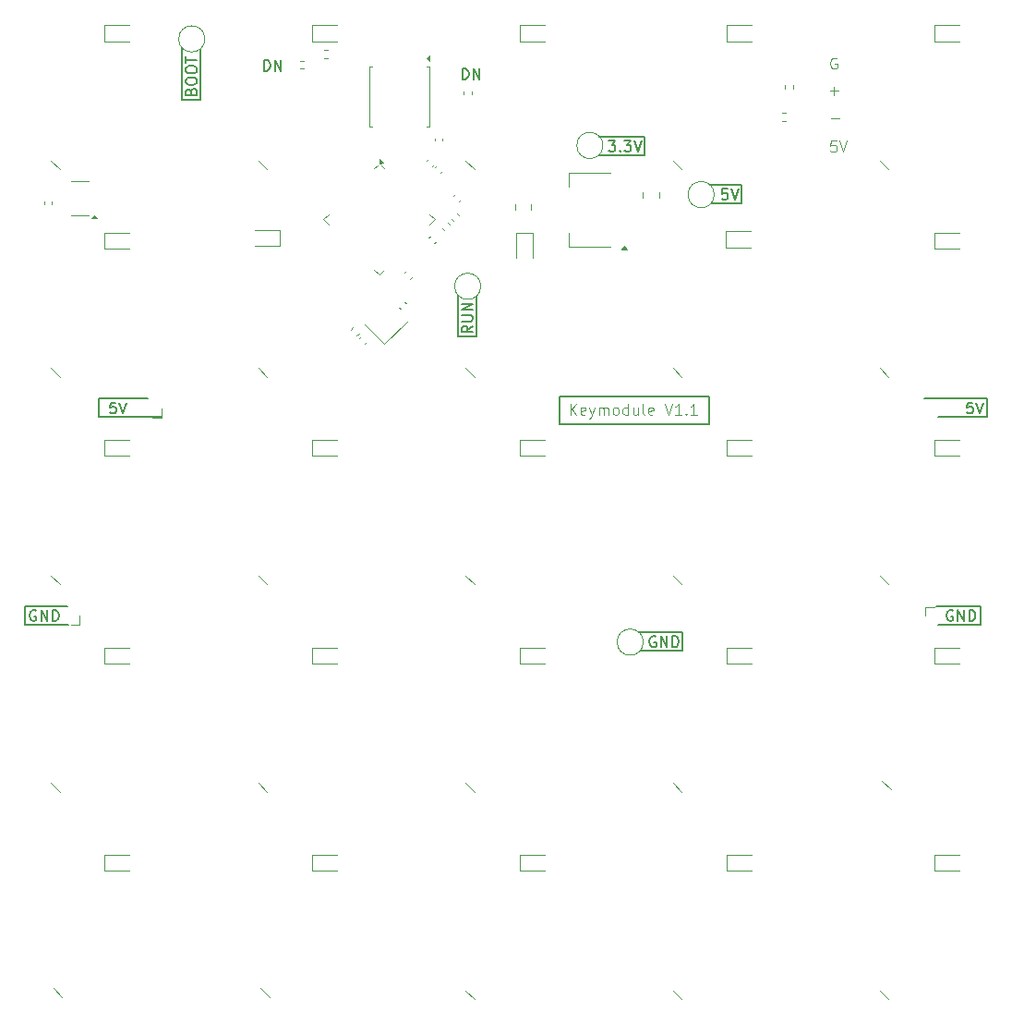
<source format=gbr>
%TF.GenerationSoftware,KiCad,Pcbnew,9.0.2*%
%TF.CreationDate,2026-01-27T21:16:03+01:00*%
%TF.ProjectId,Keymodule,4b65796d-6f64-4756-9c65-2e6b69636164,rev?*%
%TF.SameCoordinates,Original*%
%TF.FileFunction,Legend,Top*%
%TF.FilePolarity,Positive*%
%FSLAX46Y46*%
G04 Gerber Fmt 4.6, Leading zero omitted, Abs format (unit mm)*
G04 Created by KiCad (PCBNEW 9.0.2) date 2026-01-27 21:16:03*
%MOMM*%
%LPD*%
G01*
G04 APERTURE LIST*
%ADD10C,0.155000*%
%ADD11C,0.100000*%
%ADD12C,0.152400*%
%ADD13C,0.150000*%
%ADD14C,0.120000*%
G04 APERTURE END LIST*
D10*
X105200000Y-89400000D02*
X118900000Y-89400000D01*
X118900000Y-91900000D01*
X105200000Y-91900000D01*
X105200000Y-89400000D01*
D11*
X106203884Y-91072419D02*
X106203884Y-90072419D01*
X106775312Y-91072419D02*
X106346741Y-90500990D01*
X106775312Y-90072419D02*
X106203884Y-90643847D01*
X107584836Y-91024800D02*
X107489598Y-91072419D01*
X107489598Y-91072419D02*
X107299122Y-91072419D01*
X107299122Y-91072419D02*
X107203884Y-91024800D01*
X107203884Y-91024800D02*
X107156265Y-90929561D01*
X107156265Y-90929561D02*
X107156265Y-90548609D01*
X107156265Y-90548609D02*
X107203884Y-90453371D01*
X107203884Y-90453371D02*
X107299122Y-90405752D01*
X107299122Y-90405752D02*
X107489598Y-90405752D01*
X107489598Y-90405752D02*
X107584836Y-90453371D01*
X107584836Y-90453371D02*
X107632455Y-90548609D01*
X107632455Y-90548609D02*
X107632455Y-90643847D01*
X107632455Y-90643847D02*
X107156265Y-90739085D01*
X107965789Y-90405752D02*
X108203884Y-91072419D01*
X108441979Y-90405752D02*
X108203884Y-91072419D01*
X108203884Y-91072419D02*
X108108646Y-91310514D01*
X108108646Y-91310514D02*
X108061027Y-91358133D01*
X108061027Y-91358133D02*
X107965789Y-91405752D01*
X108822932Y-91072419D02*
X108822932Y-90405752D01*
X108822932Y-90500990D02*
X108870551Y-90453371D01*
X108870551Y-90453371D02*
X108965789Y-90405752D01*
X108965789Y-90405752D02*
X109108646Y-90405752D01*
X109108646Y-90405752D02*
X109203884Y-90453371D01*
X109203884Y-90453371D02*
X109251503Y-90548609D01*
X109251503Y-90548609D02*
X109251503Y-91072419D01*
X109251503Y-90548609D02*
X109299122Y-90453371D01*
X109299122Y-90453371D02*
X109394360Y-90405752D01*
X109394360Y-90405752D02*
X109537217Y-90405752D01*
X109537217Y-90405752D02*
X109632456Y-90453371D01*
X109632456Y-90453371D02*
X109680075Y-90548609D01*
X109680075Y-90548609D02*
X109680075Y-91072419D01*
X110299122Y-91072419D02*
X110203884Y-91024800D01*
X110203884Y-91024800D02*
X110156265Y-90977180D01*
X110156265Y-90977180D02*
X110108646Y-90881942D01*
X110108646Y-90881942D02*
X110108646Y-90596228D01*
X110108646Y-90596228D02*
X110156265Y-90500990D01*
X110156265Y-90500990D02*
X110203884Y-90453371D01*
X110203884Y-90453371D02*
X110299122Y-90405752D01*
X110299122Y-90405752D02*
X110441979Y-90405752D01*
X110441979Y-90405752D02*
X110537217Y-90453371D01*
X110537217Y-90453371D02*
X110584836Y-90500990D01*
X110584836Y-90500990D02*
X110632455Y-90596228D01*
X110632455Y-90596228D02*
X110632455Y-90881942D01*
X110632455Y-90881942D02*
X110584836Y-90977180D01*
X110584836Y-90977180D02*
X110537217Y-91024800D01*
X110537217Y-91024800D02*
X110441979Y-91072419D01*
X110441979Y-91072419D02*
X110299122Y-91072419D01*
X111489598Y-91072419D02*
X111489598Y-90072419D01*
X111489598Y-91024800D02*
X111394360Y-91072419D01*
X111394360Y-91072419D02*
X111203884Y-91072419D01*
X111203884Y-91072419D02*
X111108646Y-91024800D01*
X111108646Y-91024800D02*
X111061027Y-90977180D01*
X111061027Y-90977180D02*
X111013408Y-90881942D01*
X111013408Y-90881942D02*
X111013408Y-90596228D01*
X111013408Y-90596228D02*
X111061027Y-90500990D01*
X111061027Y-90500990D02*
X111108646Y-90453371D01*
X111108646Y-90453371D02*
X111203884Y-90405752D01*
X111203884Y-90405752D02*
X111394360Y-90405752D01*
X111394360Y-90405752D02*
X111489598Y-90453371D01*
X112394360Y-90405752D02*
X112394360Y-91072419D01*
X111965789Y-90405752D02*
X111965789Y-90929561D01*
X111965789Y-90929561D02*
X112013408Y-91024800D01*
X112013408Y-91024800D02*
X112108646Y-91072419D01*
X112108646Y-91072419D02*
X112251503Y-91072419D01*
X112251503Y-91072419D02*
X112346741Y-91024800D01*
X112346741Y-91024800D02*
X112394360Y-90977180D01*
X113013408Y-91072419D02*
X112918170Y-91024800D01*
X112918170Y-91024800D02*
X112870551Y-90929561D01*
X112870551Y-90929561D02*
X112870551Y-90072419D01*
X113775313Y-91024800D02*
X113680075Y-91072419D01*
X113680075Y-91072419D02*
X113489599Y-91072419D01*
X113489599Y-91072419D02*
X113394361Y-91024800D01*
X113394361Y-91024800D02*
X113346742Y-90929561D01*
X113346742Y-90929561D02*
X113346742Y-90548609D01*
X113346742Y-90548609D02*
X113394361Y-90453371D01*
X113394361Y-90453371D02*
X113489599Y-90405752D01*
X113489599Y-90405752D02*
X113680075Y-90405752D01*
X113680075Y-90405752D02*
X113775313Y-90453371D01*
X113775313Y-90453371D02*
X113822932Y-90548609D01*
X113822932Y-90548609D02*
X113822932Y-90643847D01*
X113822932Y-90643847D02*
X113346742Y-90739085D01*
X114870552Y-90072419D02*
X115203885Y-91072419D01*
X115203885Y-91072419D02*
X115537218Y-90072419D01*
X116394361Y-91072419D02*
X115822933Y-91072419D01*
X116108647Y-91072419D02*
X116108647Y-90072419D01*
X116108647Y-90072419D02*
X116013409Y-90215276D01*
X116013409Y-90215276D02*
X115918171Y-90310514D01*
X115918171Y-90310514D02*
X115822933Y-90358133D01*
X116822933Y-90977180D02*
X116870552Y-91024800D01*
X116870552Y-91024800D02*
X116822933Y-91072419D01*
X116822933Y-91072419D02*
X116775314Y-91024800D01*
X116775314Y-91024800D02*
X116822933Y-90977180D01*
X116822933Y-90977180D02*
X116822933Y-91072419D01*
X117822932Y-91072419D02*
X117251504Y-91072419D01*
X117537218Y-91072419D02*
X117537218Y-90072419D01*
X117537218Y-90072419D02*
X117441980Y-90215276D01*
X117441980Y-90215276D02*
X117346742Y-90310514D01*
X117346742Y-90310514D02*
X117251504Y-90358133D01*
D12*
X72300000Y-62200000D02*
X70600000Y-62200000D01*
X70600000Y-62200000D02*
X70600000Y-57500000D01*
X72300000Y-57600000D02*
X72300000Y-62200000D01*
X119000000Y-70000000D02*
X121900000Y-70000000D01*
X113000000Y-67300000D02*
X108800000Y-67300000D01*
X97600000Y-80200000D02*
X97600000Y-83900000D01*
X108894427Y-65600000D02*
X113000000Y-65600000D01*
X116500000Y-112700000D02*
X112600000Y-112700000D01*
X97600000Y-83900000D02*
X95900000Y-83900000D01*
X139800000Y-108600000D02*
X143800000Y-108600000D01*
X116500000Y-111000000D02*
X116500000Y-112700000D01*
X138700000Y-89600000D02*
X144400000Y-89600000D01*
X144400000Y-89600000D02*
X144400000Y-91300000D01*
X112500000Y-111000000D02*
X116500000Y-111000000D01*
X95900000Y-83900000D02*
X95900000Y-80100000D01*
X121900000Y-70000000D02*
X121900000Y-71700000D01*
X143800000Y-108600000D02*
X143800000Y-110300000D01*
X68700000Y-91300000D02*
X63000000Y-91300000D01*
X144400000Y-91300000D02*
X139900000Y-91300000D01*
X60200000Y-110300000D02*
X56200000Y-110300000D01*
X121900000Y-71700000D02*
X119100000Y-71700000D01*
X63000000Y-91300000D02*
X63000000Y-89600000D01*
X143800000Y-110300000D02*
X139900000Y-110300000D01*
X63000000Y-89600000D02*
X67500000Y-89600000D01*
X56200000Y-110300000D02*
X56200000Y-108600000D01*
X56200000Y-108600000D02*
X60100000Y-108600000D01*
X113000000Y-65600000D02*
X113000000Y-67300000D01*
D11*
X130103884Y-63891466D02*
X130865789Y-63891466D01*
X130003884Y-61391466D02*
X130765789Y-61391466D01*
X130384836Y-61772419D02*
X130384836Y-61010514D01*
X130627693Y-58420038D02*
X130532455Y-58372419D01*
X130532455Y-58372419D02*
X130389598Y-58372419D01*
X130389598Y-58372419D02*
X130246741Y-58420038D01*
X130246741Y-58420038D02*
X130151503Y-58515276D01*
X130151503Y-58515276D02*
X130103884Y-58610514D01*
X130103884Y-58610514D02*
X130056265Y-58800990D01*
X130056265Y-58800990D02*
X130056265Y-58943847D01*
X130056265Y-58943847D02*
X130103884Y-59134323D01*
X130103884Y-59134323D02*
X130151503Y-59229561D01*
X130151503Y-59229561D02*
X130246741Y-59324800D01*
X130246741Y-59324800D02*
X130389598Y-59372419D01*
X130389598Y-59372419D02*
X130484836Y-59372419D01*
X130484836Y-59372419D02*
X130627693Y-59324800D01*
X130627693Y-59324800D02*
X130675312Y-59277180D01*
X130675312Y-59277180D02*
X130675312Y-58943847D01*
X130675312Y-58943847D02*
X130484836Y-58943847D01*
X130580074Y-65972419D02*
X130103884Y-65972419D01*
X130103884Y-65972419D02*
X130056265Y-66448609D01*
X130056265Y-66448609D02*
X130103884Y-66400990D01*
X130103884Y-66400990D02*
X130199122Y-66353371D01*
X130199122Y-66353371D02*
X130437217Y-66353371D01*
X130437217Y-66353371D02*
X130532455Y-66400990D01*
X130532455Y-66400990D02*
X130580074Y-66448609D01*
X130580074Y-66448609D02*
X130627693Y-66543847D01*
X130627693Y-66543847D02*
X130627693Y-66781942D01*
X130627693Y-66781942D02*
X130580074Y-66877180D01*
X130580074Y-66877180D02*
X130532455Y-66924800D01*
X130532455Y-66924800D02*
X130437217Y-66972419D01*
X130437217Y-66972419D02*
X130199122Y-66972419D01*
X130199122Y-66972419D02*
X130103884Y-66924800D01*
X130103884Y-66924800D02*
X130056265Y-66877180D01*
X130913408Y-65972419D02*
X131246741Y-66972419D01*
X131246741Y-66972419D02*
X131580074Y-65972419D01*
D13*
X71431009Y-61457142D02*
X71478628Y-61314285D01*
X71478628Y-61314285D02*
X71526247Y-61266666D01*
X71526247Y-61266666D02*
X71621485Y-61219047D01*
X71621485Y-61219047D02*
X71764342Y-61219047D01*
X71764342Y-61219047D02*
X71859580Y-61266666D01*
X71859580Y-61266666D02*
X71907200Y-61314285D01*
X71907200Y-61314285D02*
X71954819Y-61409523D01*
X71954819Y-61409523D02*
X71954819Y-61790475D01*
X71954819Y-61790475D02*
X70954819Y-61790475D01*
X70954819Y-61790475D02*
X70954819Y-61457142D01*
X70954819Y-61457142D02*
X71002438Y-61361904D01*
X71002438Y-61361904D02*
X71050057Y-61314285D01*
X71050057Y-61314285D02*
X71145295Y-61266666D01*
X71145295Y-61266666D02*
X71240533Y-61266666D01*
X71240533Y-61266666D02*
X71335771Y-61314285D01*
X71335771Y-61314285D02*
X71383390Y-61361904D01*
X71383390Y-61361904D02*
X71431009Y-61457142D01*
X71431009Y-61457142D02*
X71431009Y-61790475D01*
X70954819Y-60599999D02*
X70954819Y-60409523D01*
X70954819Y-60409523D02*
X71002438Y-60314285D01*
X71002438Y-60314285D02*
X71097676Y-60219047D01*
X71097676Y-60219047D02*
X71288152Y-60171428D01*
X71288152Y-60171428D02*
X71621485Y-60171428D01*
X71621485Y-60171428D02*
X71811961Y-60219047D01*
X71811961Y-60219047D02*
X71907200Y-60314285D01*
X71907200Y-60314285D02*
X71954819Y-60409523D01*
X71954819Y-60409523D02*
X71954819Y-60599999D01*
X71954819Y-60599999D02*
X71907200Y-60695237D01*
X71907200Y-60695237D02*
X71811961Y-60790475D01*
X71811961Y-60790475D02*
X71621485Y-60838094D01*
X71621485Y-60838094D02*
X71288152Y-60838094D01*
X71288152Y-60838094D02*
X71097676Y-60790475D01*
X71097676Y-60790475D02*
X71002438Y-60695237D01*
X71002438Y-60695237D02*
X70954819Y-60599999D01*
X70954819Y-59552380D02*
X70954819Y-59361904D01*
X70954819Y-59361904D02*
X71002438Y-59266666D01*
X71002438Y-59266666D02*
X71097676Y-59171428D01*
X71097676Y-59171428D02*
X71288152Y-59123809D01*
X71288152Y-59123809D02*
X71621485Y-59123809D01*
X71621485Y-59123809D02*
X71811961Y-59171428D01*
X71811961Y-59171428D02*
X71907200Y-59266666D01*
X71907200Y-59266666D02*
X71954819Y-59361904D01*
X71954819Y-59361904D02*
X71954819Y-59552380D01*
X71954819Y-59552380D02*
X71907200Y-59647618D01*
X71907200Y-59647618D02*
X71811961Y-59742856D01*
X71811961Y-59742856D02*
X71621485Y-59790475D01*
X71621485Y-59790475D02*
X71288152Y-59790475D01*
X71288152Y-59790475D02*
X71097676Y-59742856D01*
X71097676Y-59742856D02*
X71002438Y-59647618D01*
X71002438Y-59647618D02*
X70954819Y-59552380D01*
X70954819Y-58838094D02*
X70954819Y-58266666D01*
X71954819Y-58552380D02*
X70954819Y-58552380D01*
X96314286Y-60354819D02*
X96314286Y-59354819D01*
X96314286Y-59354819D02*
X96552381Y-59354819D01*
X96552381Y-59354819D02*
X96695238Y-59402438D01*
X96695238Y-59402438D02*
X96790476Y-59497676D01*
X96790476Y-59497676D02*
X96838095Y-59592914D01*
X96838095Y-59592914D02*
X96885714Y-59783390D01*
X96885714Y-59783390D02*
X96885714Y-59926247D01*
X96885714Y-59926247D02*
X96838095Y-60116723D01*
X96838095Y-60116723D02*
X96790476Y-60211961D01*
X96790476Y-60211961D02*
X96695238Y-60307200D01*
X96695238Y-60307200D02*
X96552381Y-60354819D01*
X96552381Y-60354819D02*
X96314286Y-60354819D01*
X97314286Y-60354819D02*
X97314286Y-59354819D01*
X97314286Y-59354819D02*
X97885714Y-60354819D01*
X97885714Y-60354819D02*
X97885714Y-59354819D01*
X141268095Y-109002438D02*
X141172857Y-108954819D01*
X141172857Y-108954819D02*
X141030000Y-108954819D01*
X141030000Y-108954819D02*
X140887143Y-109002438D01*
X140887143Y-109002438D02*
X140791905Y-109097676D01*
X140791905Y-109097676D02*
X140744286Y-109192914D01*
X140744286Y-109192914D02*
X140696667Y-109383390D01*
X140696667Y-109383390D02*
X140696667Y-109526247D01*
X140696667Y-109526247D02*
X140744286Y-109716723D01*
X140744286Y-109716723D02*
X140791905Y-109811961D01*
X140791905Y-109811961D02*
X140887143Y-109907200D01*
X140887143Y-109907200D02*
X141030000Y-109954819D01*
X141030000Y-109954819D02*
X141125238Y-109954819D01*
X141125238Y-109954819D02*
X141268095Y-109907200D01*
X141268095Y-109907200D02*
X141315714Y-109859580D01*
X141315714Y-109859580D02*
X141315714Y-109526247D01*
X141315714Y-109526247D02*
X141125238Y-109526247D01*
X141744286Y-109954819D02*
X141744286Y-108954819D01*
X141744286Y-108954819D02*
X142315714Y-109954819D01*
X142315714Y-109954819D02*
X142315714Y-108954819D01*
X142791905Y-109954819D02*
X142791905Y-108954819D01*
X142791905Y-108954819D02*
X143030000Y-108954819D01*
X143030000Y-108954819D02*
X143172857Y-109002438D01*
X143172857Y-109002438D02*
X143268095Y-109097676D01*
X143268095Y-109097676D02*
X143315714Y-109192914D01*
X143315714Y-109192914D02*
X143363333Y-109383390D01*
X143363333Y-109383390D02*
X143363333Y-109526247D01*
X143363333Y-109526247D02*
X143315714Y-109716723D01*
X143315714Y-109716723D02*
X143268095Y-109811961D01*
X143268095Y-109811961D02*
X143172857Y-109907200D01*
X143172857Y-109907200D02*
X143030000Y-109954819D01*
X143030000Y-109954819D02*
X142791905Y-109954819D01*
X143109523Y-89954819D02*
X142633333Y-89954819D01*
X142633333Y-89954819D02*
X142585714Y-90431009D01*
X142585714Y-90431009D02*
X142633333Y-90383390D01*
X142633333Y-90383390D02*
X142728571Y-90335771D01*
X142728571Y-90335771D02*
X142966666Y-90335771D01*
X142966666Y-90335771D02*
X143061904Y-90383390D01*
X143061904Y-90383390D02*
X143109523Y-90431009D01*
X143109523Y-90431009D02*
X143157142Y-90526247D01*
X143157142Y-90526247D02*
X143157142Y-90764342D01*
X143157142Y-90764342D02*
X143109523Y-90859580D01*
X143109523Y-90859580D02*
X143061904Y-90907200D01*
X143061904Y-90907200D02*
X142966666Y-90954819D01*
X142966666Y-90954819D02*
X142728571Y-90954819D01*
X142728571Y-90954819D02*
X142633333Y-90907200D01*
X142633333Y-90907200D02*
X142585714Y-90859580D01*
X143442857Y-89954819D02*
X143776190Y-90954819D01*
X143776190Y-90954819D02*
X144109523Y-89954819D01*
X64509523Y-89954819D02*
X64033333Y-89954819D01*
X64033333Y-89954819D02*
X63985714Y-90431009D01*
X63985714Y-90431009D02*
X64033333Y-90383390D01*
X64033333Y-90383390D02*
X64128571Y-90335771D01*
X64128571Y-90335771D02*
X64366666Y-90335771D01*
X64366666Y-90335771D02*
X64461904Y-90383390D01*
X64461904Y-90383390D02*
X64509523Y-90431009D01*
X64509523Y-90431009D02*
X64557142Y-90526247D01*
X64557142Y-90526247D02*
X64557142Y-90764342D01*
X64557142Y-90764342D02*
X64509523Y-90859580D01*
X64509523Y-90859580D02*
X64461904Y-90907200D01*
X64461904Y-90907200D02*
X64366666Y-90954819D01*
X64366666Y-90954819D02*
X64128571Y-90954819D01*
X64128571Y-90954819D02*
X64033333Y-90907200D01*
X64033333Y-90907200D02*
X63985714Y-90859580D01*
X64842857Y-89954819D02*
X65176190Y-90954819D01*
X65176190Y-90954819D02*
X65509523Y-89954819D01*
X78114286Y-59554819D02*
X78114286Y-58554819D01*
X78114286Y-58554819D02*
X78352381Y-58554819D01*
X78352381Y-58554819D02*
X78495238Y-58602438D01*
X78495238Y-58602438D02*
X78590476Y-58697676D01*
X78590476Y-58697676D02*
X78638095Y-58792914D01*
X78638095Y-58792914D02*
X78685714Y-58983390D01*
X78685714Y-58983390D02*
X78685714Y-59126247D01*
X78685714Y-59126247D02*
X78638095Y-59316723D01*
X78638095Y-59316723D02*
X78590476Y-59411961D01*
X78590476Y-59411961D02*
X78495238Y-59507200D01*
X78495238Y-59507200D02*
X78352381Y-59554819D01*
X78352381Y-59554819D02*
X78114286Y-59554819D01*
X79114286Y-59554819D02*
X79114286Y-58554819D01*
X79114286Y-58554819D02*
X79685714Y-59554819D01*
X79685714Y-59554819D02*
X79685714Y-58554819D01*
X114038095Y-111402438D02*
X113942857Y-111354819D01*
X113942857Y-111354819D02*
X113800000Y-111354819D01*
X113800000Y-111354819D02*
X113657143Y-111402438D01*
X113657143Y-111402438D02*
X113561905Y-111497676D01*
X113561905Y-111497676D02*
X113514286Y-111592914D01*
X113514286Y-111592914D02*
X113466667Y-111783390D01*
X113466667Y-111783390D02*
X113466667Y-111926247D01*
X113466667Y-111926247D02*
X113514286Y-112116723D01*
X113514286Y-112116723D02*
X113561905Y-112211961D01*
X113561905Y-112211961D02*
X113657143Y-112307200D01*
X113657143Y-112307200D02*
X113800000Y-112354819D01*
X113800000Y-112354819D02*
X113895238Y-112354819D01*
X113895238Y-112354819D02*
X114038095Y-112307200D01*
X114038095Y-112307200D02*
X114085714Y-112259580D01*
X114085714Y-112259580D02*
X114085714Y-111926247D01*
X114085714Y-111926247D02*
X113895238Y-111926247D01*
X114514286Y-112354819D02*
X114514286Y-111354819D01*
X114514286Y-111354819D02*
X115085714Y-112354819D01*
X115085714Y-112354819D02*
X115085714Y-111354819D01*
X115561905Y-112354819D02*
X115561905Y-111354819D01*
X115561905Y-111354819D02*
X115800000Y-111354819D01*
X115800000Y-111354819D02*
X115942857Y-111402438D01*
X115942857Y-111402438D02*
X116038095Y-111497676D01*
X116038095Y-111497676D02*
X116085714Y-111592914D01*
X116085714Y-111592914D02*
X116133333Y-111783390D01*
X116133333Y-111783390D02*
X116133333Y-111926247D01*
X116133333Y-111926247D02*
X116085714Y-112116723D01*
X116085714Y-112116723D02*
X116038095Y-112211961D01*
X116038095Y-112211961D02*
X115942857Y-112307200D01*
X115942857Y-112307200D02*
X115800000Y-112354819D01*
X115800000Y-112354819D02*
X115561905Y-112354819D01*
X120609523Y-70354819D02*
X120133333Y-70354819D01*
X120133333Y-70354819D02*
X120085714Y-70831009D01*
X120085714Y-70831009D02*
X120133333Y-70783390D01*
X120133333Y-70783390D02*
X120228571Y-70735771D01*
X120228571Y-70735771D02*
X120466666Y-70735771D01*
X120466666Y-70735771D02*
X120561904Y-70783390D01*
X120561904Y-70783390D02*
X120609523Y-70831009D01*
X120609523Y-70831009D02*
X120657142Y-70926247D01*
X120657142Y-70926247D02*
X120657142Y-71164342D01*
X120657142Y-71164342D02*
X120609523Y-71259580D01*
X120609523Y-71259580D02*
X120561904Y-71307200D01*
X120561904Y-71307200D02*
X120466666Y-71354819D01*
X120466666Y-71354819D02*
X120228571Y-71354819D01*
X120228571Y-71354819D02*
X120133333Y-71307200D01*
X120133333Y-71307200D02*
X120085714Y-71259580D01*
X120942857Y-70354819D02*
X121276190Y-71354819D01*
X121276190Y-71354819D02*
X121609523Y-70354819D01*
X109723810Y-65954819D02*
X110342857Y-65954819D01*
X110342857Y-65954819D02*
X110009524Y-66335771D01*
X110009524Y-66335771D02*
X110152381Y-66335771D01*
X110152381Y-66335771D02*
X110247619Y-66383390D01*
X110247619Y-66383390D02*
X110295238Y-66431009D01*
X110295238Y-66431009D02*
X110342857Y-66526247D01*
X110342857Y-66526247D02*
X110342857Y-66764342D01*
X110342857Y-66764342D02*
X110295238Y-66859580D01*
X110295238Y-66859580D02*
X110247619Y-66907200D01*
X110247619Y-66907200D02*
X110152381Y-66954819D01*
X110152381Y-66954819D02*
X109866667Y-66954819D01*
X109866667Y-66954819D02*
X109771429Y-66907200D01*
X109771429Y-66907200D02*
X109723810Y-66859580D01*
X110771429Y-66859580D02*
X110819048Y-66907200D01*
X110819048Y-66907200D02*
X110771429Y-66954819D01*
X110771429Y-66954819D02*
X110723810Y-66907200D01*
X110723810Y-66907200D02*
X110771429Y-66859580D01*
X110771429Y-66859580D02*
X110771429Y-66954819D01*
X111152381Y-65954819D02*
X111771428Y-65954819D01*
X111771428Y-65954819D02*
X111438095Y-66335771D01*
X111438095Y-66335771D02*
X111580952Y-66335771D01*
X111580952Y-66335771D02*
X111676190Y-66383390D01*
X111676190Y-66383390D02*
X111723809Y-66431009D01*
X111723809Y-66431009D02*
X111771428Y-66526247D01*
X111771428Y-66526247D02*
X111771428Y-66764342D01*
X111771428Y-66764342D02*
X111723809Y-66859580D01*
X111723809Y-66859580D02*
X111676190Y-66907200D01*
X111676190Y-66907200D02*
X111580952Y-66954819D01*
X111580952Y-66954819D02*
X111295238Y-66954819D01*
X111295238Y-66954819D02*
X111200000Y-66907200D01*
X111200000Y-66907200D02*
X111152381Y-66859580D01*
X112057143Y-65954819D02*
X112390476Y-66954819D01*
X112390476Y-66954819D02*
X112723809Y-65954819D01*
X97254819Y-82938095D02*
X96778628Y-83271428D01*
X97254819Y-83509523D02*
X96254819Y-83509523D01*
X96254819Y-83509523D02*
X96254819Y-83128571D01*
X96254819Y-83128571D02*
X96302438Y-83033333D01*
X96302438Y-83033333D02*
X96350057Y-82985714D01*
X96350057Y-82985714D02*
X96445295Y-82938095D01*
X96445295Y-82938095D02*
X96588152Y-82938095D01*
X96588152Y-82938095D02*
X96683390Y-82985714D01*
X96683390Y-82985714D02*
X96731009Y-83033333D01*
X96731009Y-83033333D02*
X96778628Y-83128571D01*
X96778628Y-83128571D02*
X96778628Y-83509523D01*
X96254819Y-82509523D02*
X97064342Y-82509523D01*
X97064342Y-82509523D02*
X97159580Y-82461904D01*
X97159580Y-82461904D02*
X97207200Y-82414285D01*
X97207200Y-82414285D02*
X97254819Y-82319047D01*
X97254819Y-82319047D02*
X97254819Y-82128571D01*
X97254819Y-82128571D02*
X97207200Y-82033333D01*
X97207200Y-82033333D02*
X97159580Y-81985714D01*
X97159580Y-81985714D02*
X97064342Y-81938095D01*
X97064342Y-81938095D02*
X96254819Y-81938095D01*
X97254819Y-81461904D02*
X96254819Y-81461904D01*
X96254819Y-81461904D02*
X97254819Y-80890476D01*
X97254819Y-80890476D02*
X96254819Y-80890476D01*
X57208095Y-109002438D02*
X57112857Y-108954819D01*
X57112857Y-108954819D02*
X56970000Y-108954819D01*
X56970000Y-108954819D02*
X56827143Y-109002438D01*
X56827143Y-109002438D02*
X56731905Y-109097676D01*
X56731905Y-109097676D02*
X56684286Y-109192914D01*
X56684286Y-109192914D02*
X56636667Y-109383390D01*
X56636667Y-109383390D02*
X56636667Y-109526247D01*
X56636667Y-109526247D02*
X56684286Y-109716723D01*
X56684286Y-109716723D02*
X56731905Y-109811961D01*
X56731905Y-109811961D02*
X56827143Y-109907200D01*
X56827143Y-109907200D02*
X56970000Y-109954819D01*
X56970000Y-109954819D02*
X57065238Y-109954819D01*
X57065238Y-109954819D02*
X57208095Y-109907200D01*
X57208095Y-109907200D02*
X57255714Y-109859580D01*
X57255714Y-109859580D02*
X57255714Y-109526247D01*
X57255714Y-109526247D02*
X57065238Y-109526247D01*
X57684286Y-109954819D02*
X57684286Y-108954819D01*
X57684286Y-108954819D02*
X58255714Y-109954819D01*
X58255714Y-109954819D02*
X58255714Y-108954819D01*
X58731905Y-109954819D02*
X58731905Y-108954819D01*
X58731905Y-108954819D02*
X58970000Y-108954819D01*
X58970000Y-108954819D02*
X59112857Y-109002438D01*
X59112857Y-109002438D02*
X59208095Y-109097676D01*
X59208095Y-109097676D02*
X59255714Y-109192914D01*
X59255714Y-109192914D02*
X59303333Y-109383390D01*
X59303333Y-109383390D02*
X59303333Y-109526247D01*
X59303333Y-109526247D02*
X59255714Y-109716723D01*
X59255714Y-109716723D02*
X59208095Y-109811961D01*
X59208095Y-109811961D02*
X59112857Y-109907200D01*
X59112857Y-109907200D02*
X58970000Y-109954819D01*
X58970000Y-109954819D02*
X58731905Y-109954819D01*
D14*
%TO.C,BOOT*%
X72700000Y-56638892D02*
G75*
G02*
X70300000Y-56638892I-1200000J0D01*
G01*
X70300000Y-56638892D02*
G75*
G02*
X72700000Y-56638892I1200000J0D01*
G01*
%TO.C,DN*%
X96420000Y-61436359D02*
X96420000Y-61743641D01*
X97180000Y-61436359D02*
X97180000Y-61743641D01*
%TO.C,D16*%
X101565000Y-112385000D02*
X101565000Y-113855000D01*
X101565000Y-113855000D02*
X103850000Y-113855000D01*
X103850000Y-112385000D02*
X101565000Y-112385000D01*
D11*
%TO.C,L3*%
X96600000Y-67800000D02*
X97400000Y-68600000D01*
D14*
%TO.C,D17*%
X101565000Y-131385000D02*
X101565000Y-132855000D01*
X101565000Y-132855000D02*
X103850000Y-132855000D01*
X103850000Y-131385000D02*
X101565000Y-131385000D01*
%TO.C,U2*%
X61237500Y-69690000D02*
X60437500Y-69690000D01*
X61237500Y-69690000D02*
X62037500Y-69690000D01*
X61237500Y-72810000D02*
X60437500Y-72810000D01*
X61237500Y-72810000D02*
X62037500Y-72810000D01*
X62777500Y-73090000D02*
X62297500Y-73090000D01*
X62537500Y-72760000D01*
X62777500Y-73090000D01*
G36*
X62777500Y-73090000D02*
G01*
X62297500Y-73090000D01*
X62537500Y-72760000D01*
X62777500Y-73090000D01*
G37*
%TO.C,C13*%
X90648039Y-81385226D02*
X90495536Y-81232723D01*
X91157156Y-80876109D02*
X91004653Y-80723606D01*
%TO.C,D21*%
X82565000Y-112385000D02*
X82565000Y-113855000D01*
X82565000Y-113855000D02*
X84850000Y-113855000D01*
X84850000Y-112385000D02*
X82565000Y-112385000D01*
D11*
%TO.C,L11*%
X58600000Y-105800000D02*
X59400000Y-106600000D01*
D14*
%TO.C,GND*%
X138790000Y-108690000D02*
X139600000Y-108690000D01*
X138790000Y-109500000D02*
X138790000Y-108690000D01*
%TO.C,U1*%
X83574060Y-73154944D02*
X84033679Y-72695325D01*
X84033679Y-73614563D02*
X83574060Y-73154944D01*
X88219752Y-68509252D02*
X88509665Y-68219339D01*
X88219752Y-77800636D02*
X88679371Y-78260255D01*
X88679371Y-78260255D02*
X89138990Y-77800636D01*
X89138990Y-68509252D02*
X88891503Y-68261765D01*
X93325063Y-72695325D02*
X93784682Y-73154944D01*
X93784682Y-73154944D02*
X93325063Y-73614563D01*
X89082422Y-67985993D02*
X88679371Y-68049633D01*
X88743011Y-67646582D01*
X89082422Y-67985993D01*
G36*
X89082422Y-67985993D02*
G01*
X88679371Y-68049633D01*
X88743011Y-67646582D01*
X89082422Y-67985993D01*
G37*
%TO.C,D26*%
X63515000Y-112385000D02*
X63515000Y-113855000D01*
X63515000Y-113855000D02*
X65800000Y-113855000D01*
X65800000Y-112385000D02*
X63515000Y-112385000D01*
%TO.C,C11*%
X93009150Y-67784678D02*
X93161653Y-67632175D01*
X93518267Y-68293795D02*
X93670770Y-68141292D01*
D11*
%TO.C,L19*%
X115600000Y-124800000D02*
X116400000Y-125600000D01*
D14*
%TO.C,D13*%
X101565000Y-55385000D02*
X101565000Y-56855000D01*
X101565000Y-56855000D02*
X103850000Y-56855000D01*
X103850000Y-55385000D02*
X101565000Y-55385000D01*
%TO.C,D5*%
X139565000Y-93385000D02*
X139565000Y-94855000D01*
X139565000Y-94855000D02*
X141850000Y-94855000D01*
X141850000Y-93385000D02*
X139565000Y-93385000D01*
%TO.C,D7*%
X139565000Y-131385000D02*
X139565000Y-132855000D01*
X139565000Y-132855000D02*
X141850000Y-132855000D01*
X141850000Y-131385000D02*
X139565000Y-131385000D01*
%TO.C,U3*%
X106090000Y-68890000D02*
X106090000Y-70150000D01*
X106090000Y-75710000D02*
X106090000Y-74450000D01*
X109850000Y-68890000D02*
X106090000Y-68890000D01*
X109850000Y-75710000D02*
X106090000Y-75710000D01*
X111370000Y-75940000D02*
X110890000Y-75940000D01*
X111130000Y-75610000D01*
X111370000Y-75940000D01*
G36*
X111370000Y-75940000D02*
G01*
X110890000Y-75940000D01*
X111130000Y-75610000D01*
X111370000Y-75940000D01*
G37*
D11*
%TO.C,L7*%
X77600000Y-86800000D02*
X78400000Y-87600000D01*
%TO.C,L24*%
X115600000Y-143800000D02*
X116400000Y-144600000D01*
D14*
%TO.C,D20*%
X82565000Y-93385000D02*
X82565000Y-94855000D01*
X82565000Y-94855000D02*
X84850000Y-94855000D01*
X84850000Y-93385000D02*
X82565000Y-93385000D01*
D11*
%TO.C,L14*%
X115600000Y-105800000D02*
X116400000Y-106600000D01*
%TO.C,L20*%
X134800000Y-124600000D02*
X135600000Y-125400000D01*
D14*
%TO.C,D14*%
X101265000Y-74427500D02*
X101265000Y-76712500D01*
X102735000Y-74427500D02*
X101265000Y-74427500D01*
X102735000Y-76712500D02*
X102735000Y-74427500D01*
%TO.C,D3*%
X139565000Y-55385000D02*
X139565000Y-56855000D01*
X139565000Y-56855000D02*
X141850000Y-56855000D01*
X141850000Y-55385000D02*
X139565000Y-55385000D01*
D11*
%TO.C,L13*%
X96600000Y-105800000D02*
X97400000Y-106600000D01*
%TO.C,L15*%
X134600000Y-105800000D02*
X135400000Y-106600000D01*
%TO.C,L4*%
X115600000Y-67800000D02*
X116400000Y-68600000D01*
D14*
%TO.C,C12*%
X95661653Y-70832175D02*
X95509150Y-70984678D01*
X96170770Y-71341292D02*
X96018267Y-71493795D01*
D11*
%TO.C,L18*%
X96600000Y-124800000D02*
X97400000Y-125600000D01*
D14*
%TO.C,D15*%
X101565000Y-93385000D02*
X101565000Y-94855000D01*
X101565000Y-94855000D02*
X103850000Y-94855000D01*
X103850000Y-93385000D02*
X101565000Y-93385000D01*
D11*
%TO.C,L8*%
X96600000Y-86800000D02*
X97400000Y-87600000D01*
D14*
%TO.C,5V*%
X68710000Y-90500000D02*
X68710000Y-91310000D01*
X68710000Y-91310000D02*
X67900000Y-91310000D01*
D11*
%TO.C,L17*%
X77600000Y-124800000D02*
X78400000Y-125600000D01*
D14*
%TO.C,U4*%
X87745304Y-59165724D02*
X88015304Y-59165724D01*
X87745304Y-61925724D02*
X87745304Y-59165724D01*
X87745304Y-61925724D02*
X87745304Y-64685724D01*
X87745304Y-64685724D02*
X88015304Y-64685724D01*
X93265304Y-59165724D02*
X92995304Y-59165724D01*
X93265304Y-61925724D02*
X93265304Y-59165724D01*
X93265304Y-61925724D02*
X93265304Y-64685724D01*
X93265304Y-64685724D02*
X92995304Y-64685724D01*
X93325304Y-58640724D02*
X92995303Y-58400724D01*
X93325304Y-58160724D01*
X93325304Y-58640724D01*
G36*
X93325304Y-58640724D02*
G01*
X92995303Y-58400724D01*
X93325304Y-58160724D01*
X93325304Y-58640724D01*
G37*
%TO.C,DN*%
X81743641Y-58620000D02*
X81436359Y-58620000D01*
X81743641Y-59380000D02*
X81436359Y-59380000D01*
D11*
%TO.C,L22*%
X77800000Y-143600000D02*
X78600000Y-144400000D01*
D14*
%TO.C,D22*%
X82565000Y-131385000D02*
X82565000Y-132855000D01*
X82565000Y-132855000D02*
X84850000Y-132855000D01*
X84850000Y-131385000D02*
X82565000Y-131385000D01*
%TO.C,C8*%
X93382282Y-74708601D02*
X93229779Y-74861104D01*
X93891399Y-75217718D02*
X93738896Y-75370221D01*
%TO.C,D10*%
X120565000Y-93385000D02*
X120565000Y-94855000D01*
X120565000Y-94855000D02*
X122850000Y-94855000D01*
X122850000Y-93385000D02*
X120565000Y-93385000D01*
%TO.C,R6*%
X125920000Y-60856358D02*
X125920000Y-61163640D01*
X126680000Y-60856358D02*
X126680000Y-61163640D01*
%TO.C,GND*%
X112900000Y-111900000D02*
G75*
G02*
X110500000Y-111900000I-1200000J0D01*
G01*
X110500000Y-111900000D02*
G75*
G02*
X112900000Y-111900000I1200000J0D01*
G01*
%TO.C,D25*%
X63515000Y-93385000D02*
X63515000Y-94855000D01*
X63515000Y-94855000D02*
X65800000Y-94855000D01*
X65800000Y-93385000D02*
X63515000Y-93385000D01*
%TO.C,C15*%
X57940000Y-71787836D02*
X57940000Y-71572164D01*
X58660000Y-71787836D02*
X58660000Y-71572164D01*
%TO.C,D23*%
X63515000Y-55385000D02*
X63515000Y-56855000D01*
X63515000Y-56855000D02*
X65800000Y-56855000D01*
X65800000Y-55385000D02*
X63515000Y-55385000D01*
D11*
%TO.C,L10*%
X134600000Y-86800000D02*
X135400000Y-87600000D01*
%TO.C,L21*%
X58800000Y-143600000D02*
X59600000Y-144400000D01*
D14*
%TO.C,D50*%
X63515000Y-131385000D02*
X63515000Y-132855000D01*
X63515000Y-132855000D02*
X65800000Y-132855000D01*
X65800000Y-131385000D02*
X63515000Y-131385000D01*
%TO.C,D18*%
X82565000Y-55385000D02*
X82565000Y-56855000D01*
X82565000Y-56855000D02*
X84850000Y-56855000D01*
X84850000Y-55385000D02*
X82565000Y-55385000D01*
%TO.C,C4*%
X94509150Y-73962470D02*
X94661653Y-74114973D01*
X95018267Y-73453353D02*
X95170770Y-73605856D01*
%TO.C,D11*%
X120565000Y-112385000D02*
X120565000Y-113855000D01*
X120565000Y-113855000D02*
X122850000Y-113855000D01*
X122850000Y-112385000D02*
X120565000Y-112385000D01*
%TO.C,D4*%
X139565000Y-74385000D02*
X139565000Y-75855000D01*
X139565000Y-75855000D02*
X141850000Y-75855000D01*
X141850000Y-74385000D02*
X139565000Y-74385000D01*
D11*
%TO.C,L23*%
X96600000Y-143800000D02*
X97400000Y-144600000D01*
D14*
%TO.C,C9*%
X95309150Y-73162469D02*
X95461653Y-73314972D01*
X95818267Y-72653352D02*
X95970770Y-72805855D01*
%TO.C,D19*%
X77312500Y-75635000D02*
X79597500Y-75635000D01*
X79597500Y-74165000D02*
X77312500Y-74165000D01*
X79597500Y-75635000D02*
X79597500Y-74165000D01*
%TO.C,C5*%
X93809150Y-68384678D02*
X93961653Y-68232175D01*
X94318267Y-68893795D02*
X94470770Y-68741292D01*
%TO.C,R2*%
X83636359Y-57620000D02*
X83943641Y-57620000D01*
X83636359Y-58380000D02*
X83943641Y-58380000D01*
D11*
%TO.C,L9*%
X115600000Y-86800000D02*
X116400000Y-87600000D01*
D14*
%TO.C,5V*%
X119400000Y-70900000D02*
G75*
G02*
X117000000Y-70900000I-1200000J0D01*
G01*
X117000000Y-70900000D02*
G75*
G02*
X119400000Y-70900000I1200000J0D01*
G01*
%TO.C,C1*%
X112865000Y-71211252D02*
X112865000Y-70688748D01*
X114335000Y-71211252D02*
X114335000Y-70688748D01*
%TO.C,R4*%
X90983283Y-78079316D02*
X91200564Y-77862035D01*
X91520684Y-78616717D02*
X91737965Y-78399436D01*
%TO.C,Y1*%
X87382736Y-82786827D02*
X89164645Y-84568736D01*
X89164645Y-84568736D02*
X91229396Y-82503985D01*
%TO.C,C14*%
X87027652Y-83919729D02*
X86875149Y-84072232D01*
X87536769Y-84428846D02*
X87384266Y-84581349D01*
%TO.C,D6*%
X139565000Y-112385000D02*
X139565000Y-113855000D01*
X139565000Y-113855000D02*
X141850000Y-113855000D01*
X141850000Y-112385000D02*
X139565000Y-112385000D01*
D11*
%TO.C,L6*%
X58600000Y-86800000D02*
X59400000Y-87600000D01*
D14*
%TO.C,R5*%
X86072014Y-83291448D02*
X86289295Y-83074167D01*
X86609415Y-83828849D02*
X86826696Y-83611568D01*
%TO.C,3.3V*%
X109200000Y-66400000D02*
G75*
G02*
X106800000Y-66400000I-1200000J0D01*
G01*
X106800000Y-66400000D02*
G75*
G02*
X109200000Y-66400000I1200000J0D01*
G01*
D11*
%TO.C,L5*%
X134600000Y-67800000D02*
X135400000Y-68600000D01*
D14*
%TO.C,C10*%
X93790000Y-65977836D02*
X93790000Y-65762164D01*
X94510000Y-65977836D02*
X94510000Y-65762164D01*
%TO.C,C2*%
X101165000Y-71788748D02*
X101165000Y-72311252D01*
X102635000Y-71788748D02*
X102635000Y-72311252D01*
D11*
%TO.C,L2*%
X77600000Y-67800000D02*
X78400000Y-68600000D01*
D14*
%TO.C,D12*%
X120565000Y-131385000D02*
X120565000Y-132855000D01*
X120565000Y-132855000D02*
X122850000Y-132855000D01*
X122850000Y-131385000D02*
X120565000Y-131385000D01*
%TO.C,D9*%
X120502500Y-74265000D02*
X120502500Y-75735000D01*
X120502500Y-75735000D02*
X122787500Y-75735000D01*
X122787500Y-74265000D02*
X120502500Y-74265000D01*
%TO.C,D8*%
X120565000Y-55385000D02*
X120565000Y-56855000D01*
X120565000Y-56855000D02*
X122850000Y-56855000D01*
X122850000Y-55385000D02*
X120565000Y-55385000D01*
%TO.C,R7*%
X125636360Y-63420000D02*
X125943642Y-63420000D01*
X125636360Y-64180000D02*
X125943642Y-64180000D01*
D11*
%TO.C,L12*%
X77600000Y-105800000D02*
X78400000Y-106600000D01*
D14*
%TO.C,D24*%
X63515000Y-74385000D02*
X63515000Y-75855000D01*
X63515000Y-75855000D02*
X65800000Y-75855000D01*
X65800000Y-74385000D02*
X63515000Y-74385000D01*
D11*
%TO.C,L1*%
X58600000Y-67800000D02*
X59400000Y-68600000D01*
%TO.C,L16*%
X58600000Y-124800000D02*
X59400000Y-125600000D01*
D14*
%TO.C,RUN*%
X98000000Y-79300000D02*
G75*
G02*
X95600000Y-79300000I-1200000J0D01*
G01*
X95600000Y-79300000D02*
G75*
G02*
X98000000Y-79300000I1200000J0D01*
G01*
D11*
%TO.C,L25*%
X134600000Y-143800000D02*
X135400000Y-144600000D01*
D14*
%TO.C,GND*%
X61210000Y-109500000D02*
X61210000Y-110310000D01*
X61210000Y-110310000D02*
X60400000Y-110310000D01*
%TD*%
M02*

</source>
